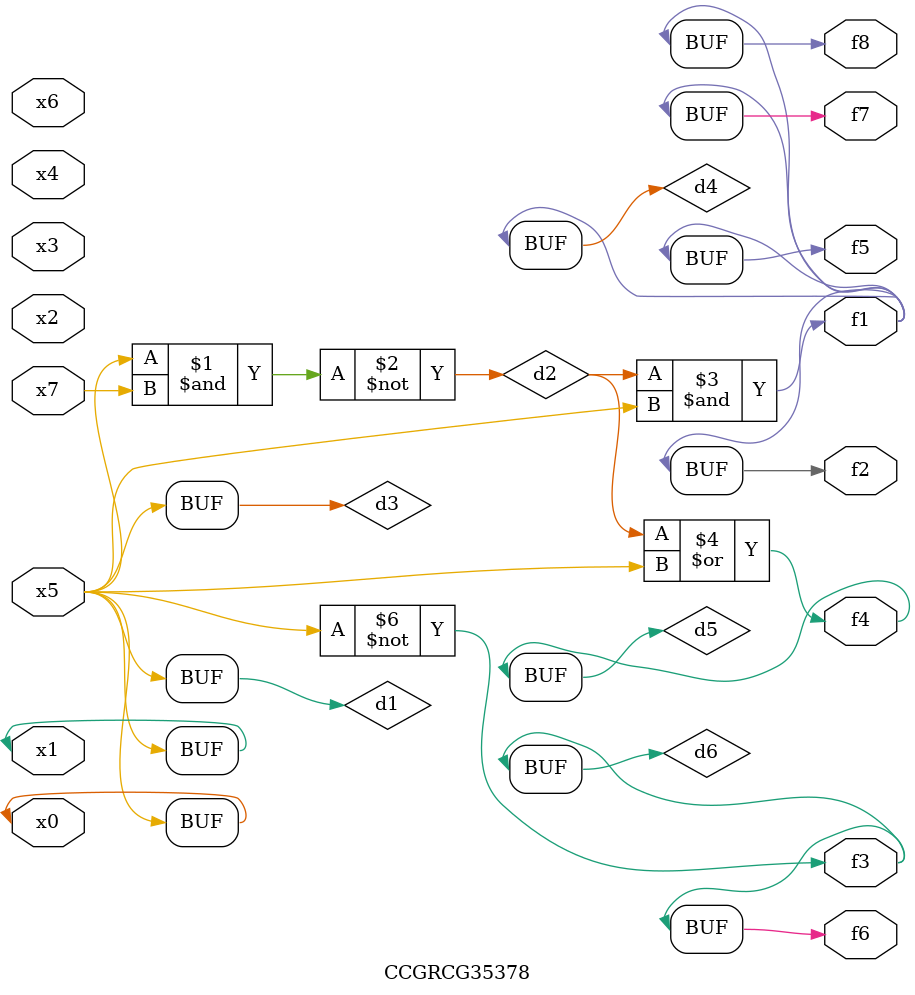
<source format=v>
module CCGRCG35378(
	input x0, x1, x2, x3, x4, x5, x6, x7,
	output f1, f2, f3, f4, f5, f6, f7, f8
);

	wire d1, d2, d3, d4, d5, d6;

	buf (d1, x0, x5);
	nand (d2, x5, x7);
	buf (d3, x0, x1);
	and (d4, d2, d3);
	or (d5, d2, d3);
	nor (d6, d1, d3);
	assign f1 = d4;
	assign f2 = d4;
	assign f3 = d6;
	assign f4 = d5;
	assign f5 = d4;
	assign f6 = d6;
	assign f7 = d4;
	assign f8 = d4;
endmodule

</source>
